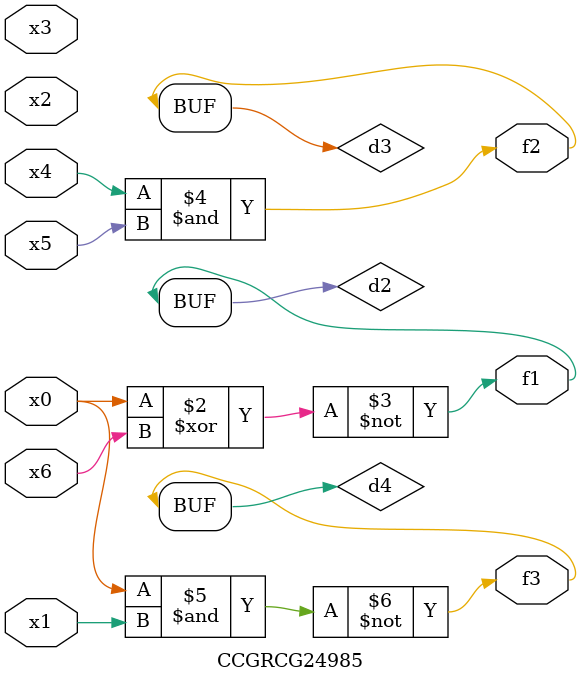
<source format=v>
module CCGRCG24985(
	input x0, x1, x2, x3, x4, x5, x6,
	output f1, f2, f3
);

	wire d1, d2, d3, d4;

	nor (d1, x0);
	xnor (d2, x0, x6);
	and (d3, x4, x5);
	nand (d4, x0, x1);
	assign f1 = d2;
	assign f2 = d3;
	assign f3 = d4;
endmodule

</source>
